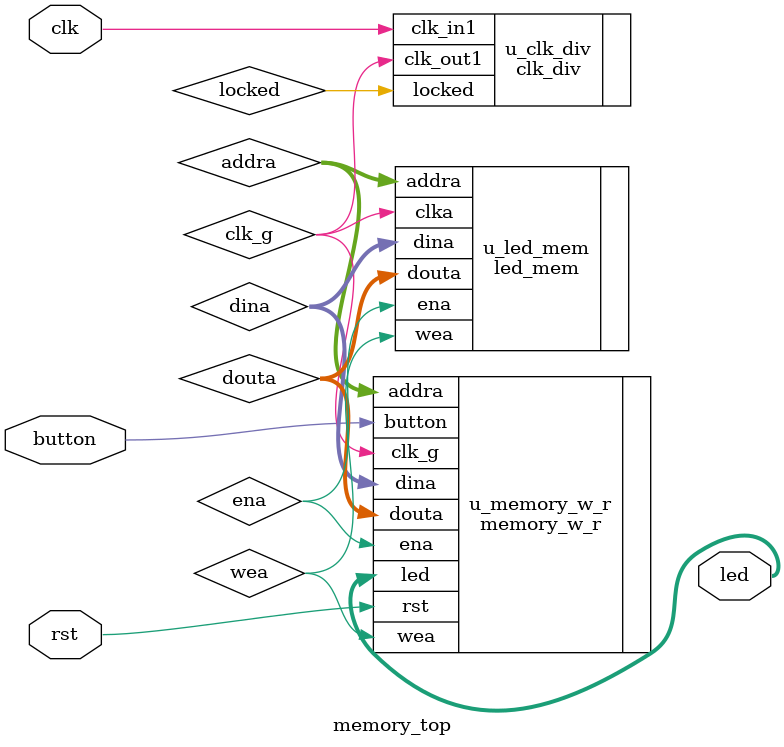
<source format=v>
module memory_top (
    input  wire        clk   ,
	input  wire        rst   ,
	input  wire        button,
	output wire [15:0] led   
);

wire clk_g;
wire locked;
wire ena;
wire wea;
wire [3:0] addra;
wire [15:0] dina;
wire [15:0] douta;

clk_div u_clk_div (
    .clk_in1 (clk),
    .clk_out1 (clk_g),
    .locked (locked)
);

memory_w_r u_memory_w_r (
    .clk_g(clk_g),
    .rst(rst),
    .button(button),
    .addra(addra),
    .dina(dina),
    .ena(ena),
    .wea(wea),
    .douta(douta),
    .led(led)
);


led_mem u_led_mem (
    .clka(clk_g),
    .ena (ena),
    .wea (wea),
    .addra(addra),
    .dina(dina),
    .douta(douta)
);



endmodule
</source>
